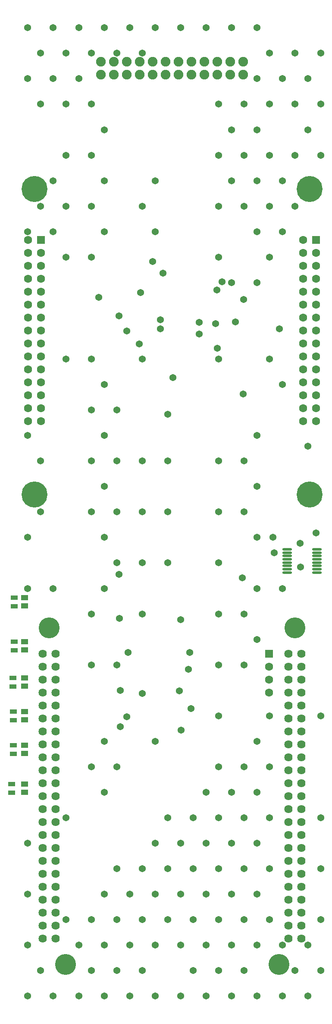
<source format=gbr>
G04 Layer_Color=16711935*
%FSLAX26Y26*%
%MOIN*%
%TF.FileFunction,Soldermask,Bot*%
%TF.Part,Single*%
G01*
G75*
%TA.AperFunction,SMDPad,CuDef*%
%ADD53R,0.055181X0.037465*%
%ADD54R,0.057150X0.041402*%
%ADD55O,0.076835X0.017779*%
%TA.AperFunction,ComponentPad*%
%ADD56R,0.063055X0.063055*%
%ADD57C,0.063055*%
%ADD58R,0.063055X0.063055*%
%ADD59C,0.074866*%
%TA.AperFunction,WasherPad*%
%ADD60C,0.200850*%
%TA.AperFunction,ComponentPad*%
%ADD61C,0.161480*%
%ADD62C,0.064000*%
%TA.AperFunction,ViaPad*%
%ADD63C,0.054000*%
D53*
X-1080000Y-4828465D02*
D03*
X-1080000Y-4761535D02*
D03*
X-1075000Y-5348465D02*
D03*
X-1075000Y-5281535D02*
D03*
X-1090000Y-5648465D02*
D03*
X-1090000Y-5581535D02*
D03*
X-1070000Y-4208465D02*
D03*
X-1070000Y-4141535D02*
D03*
X-1075000Y-5086845D02*
D03*
X-1075000Y-5019916D02*
D03*
X-1068622Y-4480158D02*
D03*
X-1068622Y-4547086D02*
D03*
D54*
X-988622Y-5582126D02*
D03*
X-988622Y-5645118D02*
D03*
X-988622Y-5282126D02*
D03*
X-988622Y-5345118D02*
D03*
X-988622Y-5022126D02*
D03*
X-988622Y-5085118D02*
D03*
X-988622Y-4482126D02*
D03*
X-988622Y-4545118D02*
D03*
X-988622Y-4762126D02*
D03*
X-988622Y-4825118D02*
D03*
X-988622Y-4142126D02*
D03*
X-988622Y-4205118D02*
D03*
D55*
X1041166Y-3946688D02*
D03*
X1041166Y-3921098D02*
D03*
X1041166Y-3895508D02*
D03*
X1041166Y-3869918D02*
D03*
X1041166Y-3844326D02*
D03*
X1041166Y-3818736D02*
D03*
X1041166Y-3793146D02*
D03*
X1041166Y-3767556D02*
D03*
X1271482Y-3946688D02*
D03*
X1271482Y-3921098D02*
D03*
X1271482Y-3895508D02*
D03*
X1271482Y-3869918D02*
D03*
X1271482Y-3844326D02*
D03*
X1271482Y-3818736D02*
D03*
X1271482Y-3793146D02*
D03*
X1271482Y-3767556D02*
D03*
D56*
X901378Y-4573621D02*
D03*
D57*
X901378Y-4673621D02*
D03*
X901378Y-4773621D02*
D03*
X901378Y-4873621D02*
D03*
X-961811Y-2776618D02*
D03*
X-961811Y-2676618D02*
D03*
X-961811Y-2576618D02*
D03*
X-961811Y-2476618D02*
D03*
X-961811Y-2376618D02*
D03*
X-961811Y-2276618D02*
D03*
X-961811Y-2176618D02*
D03*
X-961811Y-2076618D02*
D03*
X-961811Y-1976618D02*
D03*
X-961811Y-1876618D02*
D03*
X-961811Y-1776618D02*
D03*
X-961811Y-1676618D02*
D03*
X-961811Y-1576618D02*
D03*
X-961811Y-1476618D02*
D03*
X-961811Y-1376618D02*
D03*
X-861811Y-2776618D02*
D03*
X-861811Y-2676618D02*
D03*
X-861811Y-2576618D02*
D03*
X-861811Y-2476618D02*
D03*
X-861811Y-2376618D02*
D03*
X-861811Y-2276618D02*
D03*
X-861811Y-2176618D02*
D03*
X-861811Y-2076618D02*
D03*
X-861811Y-1976618D02*
D03*
X-861811Y-1876618D02*
D03*
X-861811Y-1776618D02*
D03*
X-861811Y-1676618D02*
D03*
X-861811Y-1576618D02*
D03*
X-861811Y-1476618D02*
D03*
X1264173Y-1476618D02*
D03*
X1264173Y-1576618D02*
D03*
X1264173Y-1676618D02*
D03*
X1264173Y-1776618D02*
D03*
X1264173Y-1876618D02*
D03*
X1264173Y-1976618D02*
D03*
X1264173Y-2076618D02*
D03*
X1264173Y-2176618D02*
D03*
X1264173Y-2276618D02*
D03*
X1264173Y-2376618D02*
D03*
X1264173Y-2476618D02*
D03*
X1264173Y-2576618D02*
D03*
X1264173Y-2676618D02*
D03*
X1264173Y-2776618D02*
D03*
X1164173Y-1376618D02*
D03*
X1164173Y-1476618D02*
D03*
X1164173Y-1576618D02*
D03*
X1164173Y-1676618D02*
D03*
X1164173Y-1776618D02*
D03*
X1164173Y-1876618D02*
D03*
X1164173Y-1976618D02*
D03*
X1164173Y-2076618D02*
D03*
X1164173Y-2176618D02*
D03*
X1164173Y-2276618D02*
D03*
X1164173Y-2376618D02*
D03*
X1164173Y-2476618D02*
D03*
X1164173Y-2576618D02*
D03*
X1164173Y-2676618D02*
D03*
X1164173Y-2776618D02*
D03*
D58*
X-861811Y-1376618D02*
D03*
X1264173Y-1376618D02*
D03*
D59*
X600000Y-100000D02*
D03*
X600000Y0D02*
D03*
X500000Y0D02*
D03*
X400000Y0D02*
D03*
X300000Y0D02*
D03*
X200000Y0D02*
D03*
X100000Y0D02*
D03*
X0Y0D02*
D03*
X-100000Y0D02*
D03*
X-200000Y0D02*
D03*
X-300000Y0D02*
D03*
X-400000Y0D02*
D03*
X500000Y-100000D02*
D03*
X400000Y-100000D02*
D03*
X300000Y-100000D02*
D03*
X200000Y-100000D02*
D03*
X100000Y-100000D02*
D03*
X0Y-100000D02*
D03*
X-100000Y-100000D02*
D03*
X-200000Y-100000D02*
D03*
X-300000Y-100000D02*
D03*
X-400000Y-100000D02*
D03*
X700000Y0D02*
D03*
X700000Y-100000D02*
D03*
D60*
X-911810Y-982918D02*
D03*
X-911810Y-3345122D02*
D03*
X1214174Y-982918D02*
D03*
X1214174Y-3345122D02*
D03*
D61*
X-798622Y-4373622D02*
D03*
X1101378Y-4373622D02*
D03*
X976378Y-6973622D02*
D03*
X-673622Y-6973622D02*
D03*
D62*
X-748622Y-4573622D02*
D03*
X-748622Y-4673622D02*
D03*
X-748622Y-4773622D02*
D03*
X-748622Y-4873622D02*
D03*
X-748622Y-4973622D02*
D03*
X-748622Y-5073622D02*
D03*
X-748622Y-5173622D02*
D03*
X-748622Y-5273622D02*
D03*
X-748622Y-5373622D02*
D03*
X-748622Y-5473622D02*
D03*
X-748622Y-5573622D02*
D03*
X-748622Y-5673622D02*
D03*
X-748622Y-5773622D02*
D03*
X-748622Y-5873622D02*
D03*
X-748622Y-5973622D02*
D03*
X-748622Y-6073622D02*
D03*
X-748622Y-6173622D02*
D03*
X-748622Y-6273622D02*
D03*
X-748622Y-6373622D02*
D03*
X-748622Y-6473622D02*
D03*
X-748622Y-6573622D02*
D03*
X-748622Y-6673622D02*
D03*
X-748622Y-6773622D02*
D03*
X-848622Y-4673622D02*
D03*
X-848622Y-4773622D02*
D03*
X-848622Y-4873622D02*
D03*
X-848622Y-4973622D02*
D03*
X-848622Y-5073622D02*
D03*
X-848622Y-5173622D02*
D03*
X-848622Y-5273622D02*
D03*
X-848622Y-5373622D02*
D03*
X-848622Y-5473622D02*
D03*
X-848622Y-5573622D02*
D03*
X-848622Y-5673622D02*
D03*
X-848622Y-5773622D02*
D03*
X-848622Y-5873622D02*
D03*
X-848622Y-5973622D02*
D03*
X-848622Y-6073622D02*
D03*
X-848622Y-6173622D02*
D03*
X-848622Y-6273622D02*
D03*
X-848622Y-6373622D02*
D03*
X-848622Y-6473622D02*
D03*
X-848622Y-6573622D02*
D03*
X-848622Y-6673622D02*
D03*
X-848622Y-6773622D02*
D03*
X1051378Y-4573622D02*
D03*
X1151378Y-4573622D02*
D03*
X1151378Y-4673622D02*
D03*
X1151378Y-4773622D02*
D03*
X1151378Y-4873622D02*
D03*
X1151378Y-4973622D02*
D03*
X1151378Y-5073622D02*
D03*
X1151378Y-5173622D02*
D03*
X1151378Y-5273622D02*
D03*
X1151378Y-5373622D02*
D03*
X1151378Y-5473622D02*
D03*
X1151378Y-5573622D02*
D03*
X1151378Y-5673622D02*
D03*
X1151378Y-5773622D02*
D03*
X1151378Y-5873622D02*
D03*
X1151378Y-5973622D02*
D03*
X1151378Y-6073622D02*
D03*
X1151378Y-6173622D02*
D03*
X1151378Y-6273622D02*
D03*
X1151378Y-6373622D02*
D03*
X1151378Y-6473622D02*
D03*
X1151378Y-6573622D02*
D03*
X1151378Y-6673622D02*
D03*
X1151378Y-6773622D02*
D03*
X1051378Y-4673622D02*
D03*
X1051378Y-4773622D02*
D03*
X1051378Y-4873622D02*
D03*
X1051378Y-4973622D02*
D03*
X1051378Y-5073622D02*
D03*
X1051378Y-5173622D02*
D03*
X1051378Y-5273622D02*
D03*
X1051378Y-5373622D02*
D03*
X1051378Y-5473622D02*
D03*
X1051378Y-5573622D02*
D03*
X1051378Y-5673622D02*
D03*
X1051378Y-5773622D02*
D03*
X1051378Y-5873622D02*
D03*
X1051378Y-5973622D02*
D03*
X1051378Y-6073622D02*
D03*
X1051378Y-6173622D02*
D03*
X1051378Y-6273622D02*
D03*
X1051378Y-6373622D02*
D03*
X1051378Y-6473622D02*
D03*
X1051378Y-6573622D02*
D03*
X1051378Y-6673622D02*
D03*
X1051378Y-6773622D02*
D03*
X-848622Y-4573622D02*
D03*
D63*
X694324Y-3986122D02*
D03*
X-258352Y-3961122D02*
D03*
X1145000Y-3905000D02*
D03*
X361378Y-2103256D02*
D03*
X221378Y-5163622D02*
D03*
X277324Y-4693122D02*
D03*
X296324Y-4998122D02*
D03*
X-77676Y-4881122D02*
D03*
X-198676Y-5059122D02*
D03*
X-255676Y-4301122D02*
D03*
X218324Y-4311122D02*
D03*
X-248622Y-4858622D02*
D03*
X209450Y-4861024D02*
D03*
X-248622Y-5138622D02*
D03*
X-188622Y-4563622D02*
D03*
X286378Y-4563622D02*
D03*
X497324Y-1765122D02*
D03*
X537324Y-1700122D02*
D03*
X82324Y-1635122D02*
D03*
X642324Y-2010122D02*
D03*
X-92676Y-1785122D02*
D03*
X2324Y-1545122D02*
D03*
X62324Y-1995122D02*
D03*
X-257676Y-1965122D02*
D03*
X502324Y-2215122D02*
D03*
X487324Y-2025122D02*
D03*
X117324Y-2725122D02*
D03*
X1142324Y-3720122D02*
D03*
X-197676Y-2080122D02*
D03*
X1202324Y-2970122D02*
D03*
X-102676Y-2180122D02*
D03*
X157324Y-2440122D02*
D03*
X704118Y-1837918D02*
D03*
X702324Y-2568122D02*
D03*
X941378Y-3793622D02*
D03*
X361378Y-2013622D02*
D03*
X61378Y-2063622D02*
D03*
X-414354Y-1820224D02*
D03*
X981378Y-2063622D02*
D03*
X931378Y-3673622D02*
D03*
X1264174Y-3641574D02*
D03*
X-964030Y-7218735D02*
D03*
X-865605Y-7021885D02*
D03*
X-964030Y-6825034D02*
D03*
X-964030Y-6431334D02*
D03*
X-964030Y-6037633D02*
D03*
X-964030Y-4069129D02*
D03*
X-964030Y-3675428D02*
D03*
X-865605Y-3478578D02*
D03*
X-865605Y-3084877D02*
D03*
X-964030Y-2888026D02*
D03*
X-964030Y-1313223D02*
D03*
X-865605Y-1116373D02*
D03*
X-865605Y-328971D02*
D03*
X-964030Y-132121D02*
D03*
X-865605Y64730D02*
D03*
X-964030Y261580D02*
D03*
X-767180Y-7218735D02*
D03*
X-668754Y-6628184D02*
D03*
X-668754Y-5840782D02*
D03*
X-767180Y-4069129D02*
D03*
X-668754Y-2297475D02*
D03*
X-668754Y-1510074D02*
D03*
X-767180Y-1313223D02*
D03*
X-668754Y-1116373D02*
D03*
X-767180Y-919522D02*
D03*
X-668754Y-722672D02*
D03*
X-668754Y-328971D02*
D03*
X-767180Y-132121D02*
D03*
X-668754Y64730D02*
D03*
X-767180Y261580D02*
D03*
X-570329Y-7218735D02*
D03*
X-471904Y-7021885D02*
D03*
X-570329Y-6825034D02*
D03*
X-471904Y-6628184D02*
D03*
X-471904Y-5447082D02*
D03*
X-471904Y-4659680D02*
D03*
X-471904Y-4265979D02*
D03*
X-471904Y-3478578D02*
D03*
X-471904Y-3084877D02*
D03*
X-471904Y-2691176D02*
D03*
X-471904Y-2297475D02*
D03*
X-471904Y-1510074D02*
D03*
X-471904Y-1116373D02*
D03*
X-471904Y-722672D02*
D03*
X-471904Y-328971D02*
D03*
X-570329Y-132121D02*
D03*
X-471904Y64730D02*
D03*
X-570329Y261580D02*
D03*
X-373479Y-7218735D02*
D03*
X-275054Y-7021885D02*
D03*
X-373479Y-6825034D02*
D03*
X-275054Y-6628184D02*
D03*
X-373479Y-6431334D02*
D03*
X-275054Y-6234483D02*
D03*
X-373479Y-5643932D02*
D03*
X-275054Y-5447082D02*
D03*
X-373479Y-5250231D02*
D03*
X-275054Y-4659680D02*
D03*
X-373479Y-4069129D02*
D03*
X-275054Y-3872278D02*
D03*
X-373479Y-3675428D02*
D03*
X-275054Y-3478578D02*
D03*
X-373479Y-3281727D02*
D03*
X-275054Y-3084877D02*
D03*
X-373479Y-2888026D02*
D03*
X-275054Y-2691176D02*
D03*
X-373479Y-2494326D02*
D03*
X-373479Y-1313223D02*
D03*
X-373479Y-919522D02*
D03*
X-373479Y-525822D02*
D03*
X-275054Y64730D02*
D03*
X-373479Y261580D02*
D03*
X-176628Y-7218735D02*
D03*
X-78203Y-7021885D02*
D03*
X-176628Y-6825034D02*
D03*
X-78203Y-6628184D02*
D03*
X-176628Y-6431334D02*
D03*
X-78203Y-6234483D02*
D03*
X-78203Y-4265979D02*
D03*
X-78203Y-3872278D02*
D03*
X-78203Y-3478578D02*
D03*
X-78203Y-3084877D02*
D03*
X-78203Y-2297475D02*
D03*
X-78203Y-1116373D02*
D03*
X-78203Y64730D02*
D03*
X-176628Y261580D02*
D03*
X20222Y-7218735D02*
D03*
X20222Y-6825034D02*
D03*
X118647Y-6628184D02*
D03*
X20222Y-6431334D02*
D03*
X118647Y-6234483D02*
D03*
X20222Y-6037633D02*
D03*
X118647Y-5840782D02*
D03*
X20222Y-5250231D02*
D03*
X118647Y-3872278D02*
D03*
X118647Y-3478578D02*
D03*
X118647Y-3084877D02*
D03*
X20222Y-1313223D02*
D03*
X20222Y-919522D02*
D03*
X20222Y261580D02*
D03*
X217072Y-7218735D02*
D03*
X315498Y-7021885D02*
D03*
X217072Y-6825034D02*
D03*
X315498Y-6628184D02*
D03*
X217072Y-6431334D02*
D03*
X315498Y-6234483D02*
D03*
X217072Y-6037633D02*
D03*
X315498Y-5840782D02*
D03*
X217072Y261580D02*
D03*
X413923Y-7218735D02*
D03*
X512348Y-7021885D02*
D03*
X413923Y-6825034D02*
D03*
X512348Y-6628184D02*
D03*
X413923Y-6431334D02*
D03*
X512348Y-6234483D02*
D03*
X413923Y-6037633D02*
D03*
X512348Y-5840782D02*
D03*
X413923Y-5643932D02*
D03*
X512348Y-5447082D02*
D03*
X512348Y-5053381D02*
D03*
X512348Y-4659680D02*
D03*
X512348Y-4265979D02*
D03*
X512348Y-3872278D02*
D03*
X512348Y-3478578D02*
D03*
X512348Y-3084877D02*
D03*
X512348Y-2297475D02*
D03*
X512348Y-1510074D02*
D03*
X512348Y-1116373D02*
D03*
X512348Y-722672D02*
D03*
X512348Y-328971D02*
D03*
X413923Y261580D02*
D03*
X610773Y-7218735D02*
D03*
X709198Y-7021885D02*
D03*
X610773Y-6825034D02*
D03*
X709198Y-6628184D02*
D03*
X610773Y-6431334D02*
D03*
X709198Y-6234483D02*
D03*
X610773Y-6037633D02*
D03*
X709198Y-5840782D02*
D03*
X610773Y-5643932D02*
D03*
X709198Y-5447082D02*
D03*
X709198Y-4659680D02*
D03*
X709198Y-4265979D02*
D03*
X709198Y-3478578D02*
D03*
X709198Y-3084877D02*
D03*
X610773Y-1706924D02*
D03*
X709198Y-1116373D02*
D03*
X610773Y-919522D02*
D03*
X709198Y-722672D02*
D03*
X610773Y-525822D02*
D03*
X709198Y-328971D02*
D03*
X610773Y261580D02*
D03*
X807624Y-7218735D02*
D03*
X807624Y-6825034D02*
D03*
X906049Y-6628184D02*
D03*
X807624Y-6431334D02*
D03*
X906049Y-6234483D02*
D03*
X807624Y-6037633D02*
D03*
X906049Y-5840782D02*
D03*
X807624Y-5643932D02*
D03*
X906049Y-5447082D02*
D03*
X807624Y-5250231D02*
D03*
X906049Y-5053381D02*
D03*
X807624Y-4462830D02*
D03*
X807624Y-4069129D02*
D03*
X807624Y-3675428D02*
D03*
X807624Y-3281727D02*
D03*
X807624Y-2888026D02*
D03*
X906049Y-2297475D02*
D03*
X807624Y-1706924D02*
D03*
X906049Y-1510074D02*
D03*
X807624Y-1313223D02*
D03*
X906049Y-1116373D02*
D03*
X807624Y-919522D02*
D03*
X906049Y-722672D02*
D03*
X807624Y-525822D02*
D03*
X906049Y-328971D02*
D03*
X807624Y-132121D02*
D03*
X906049Y64730D02*
D03*
X807624Y261580D02*
D03*
X1004474Y-7218735D02*
D03*
X1102899Y-7021885D02*
D03*
X1004474Y-6825034D02*
D03*
X1004474Y-4069129D02*
D03*
X1004474Y-2494326D02*
D03*
X1004474Y-1313223D02*
D03*
X1102899Y-1116373D02*
D03*
X1004474Y-919522D02*
D03*
X1102899Y-722672D02*
D03*
X1102899Y-328971D02*
D03*
X1004474Y-132121D02*
D03*
X1102899Y64730D02*
D03*
X1201324Y-7218735D02*
D03*
X1299750Y-7021885D02*
D03*
X1201324Y-6825034D02*
D03*
X1299750Y-6628184D02*
D03*
X1299750Y-6234483D02*
D03*
X1299750Y-5840782D02*
D03*
X1299750Y-5053381D02*
D03*
X1299750Y-722672D02*
D03*
X1201324Y-525822D02*
D03*
X1299750Y-328971D02*
D03*
X1201324Y-132121D02*
D03*
X1299750Y64730D02*
D03*
%TF.MD5,8f5df754b08ea57177f0a465dcfb5683*%
M02*

</source>
